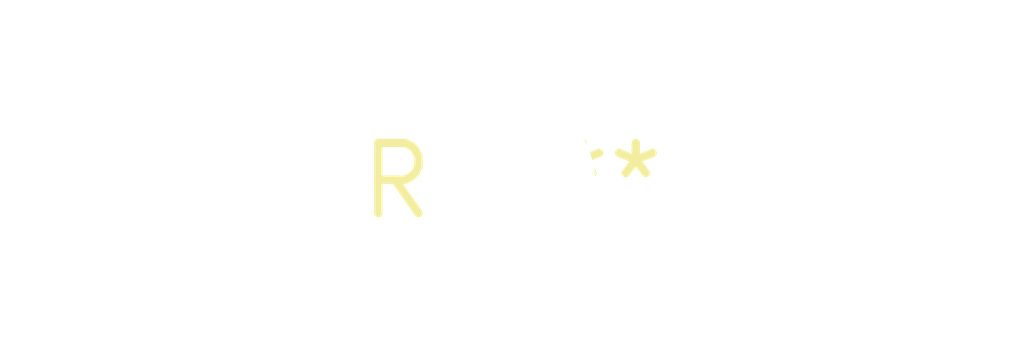
<source format=kicad_pcb>
(kicad_pcb (version 20240108) (generator pcbnew)
  (layers (0 "F.Cu" signal) (31 "B.Cu" signal) (34 "B.Paste" user) (35 "F.Paste" user) (36 "B.SilkS" user "B.Silkscreen") (37 "F.SilkS" user "F.Silkscreen") (38 "B.Mask" user) (39 "F.Mask" user) (44 "Edge.Cuts" user))
  (net 0 "")
  (footprint "MountingHole_3mm" (layer "F.Cu") (at 0 0)
    (property "Reference" "REF**")
    (property "Value" "MountingHole_3mm")
    (pad "" np_thru_hole circle (at 0 0) (size 3 3) (drill 3) (layers *.Cu *.Mask))
  )
)
</source>
